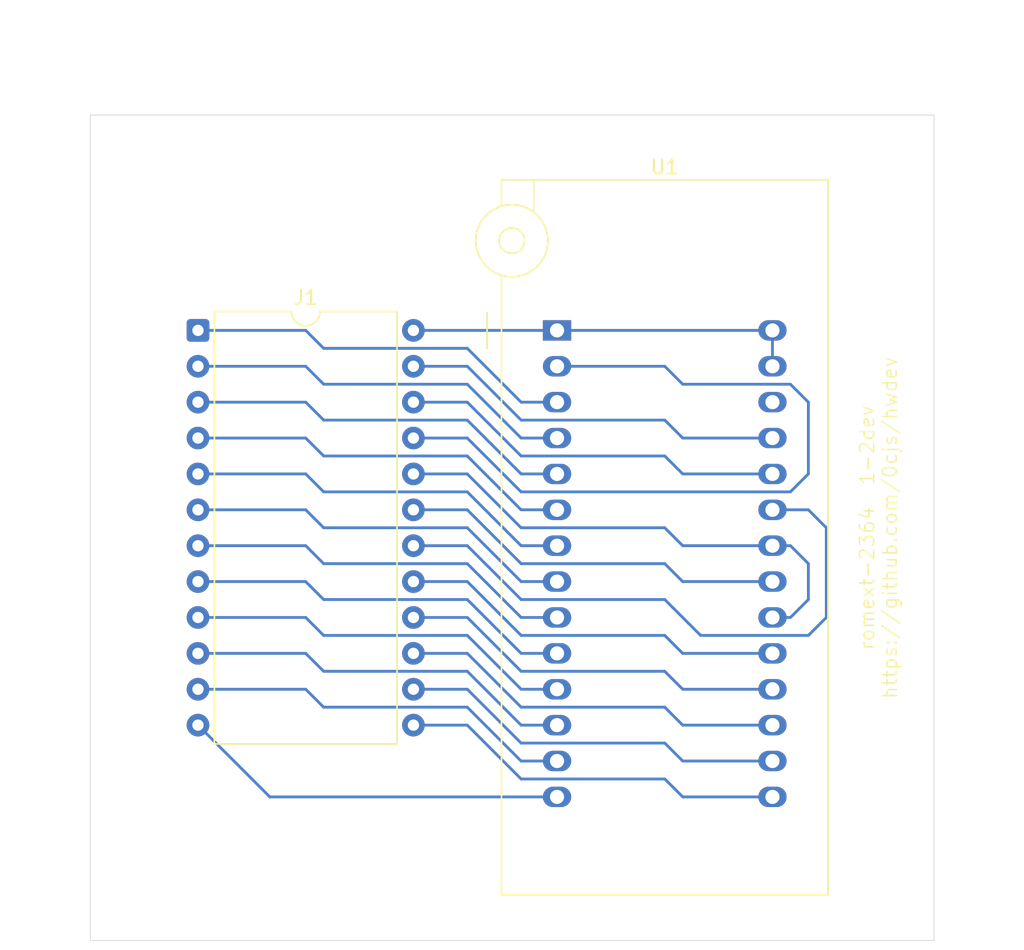
<source format=kicad_pcb>
(kicad_pcb (version 20241229) (generator "pcbnew") (generator_version "9.0")
  (title_block (title "romext-2364") (rev "1-2dev") (comment 1 "https://github.com/0cjs/hwdev"))
  (layers (0 "F.Cu" signal) (2 "B.Cu" signal) (13 "F.Paste" user) (15 "B.Paste" user) (5 "F.SilkS" user "F.Silkscreen") (7 "B.SilkS" user "B.Silkscreen") (1 "F.Mask" user) (3 "B.Mask" user) (25 "Edge.Cuts" user))
  (net 0 "")
  (net 1 "/D1")
  (net 2 "/D3")
  (net 3 "/D0")
  (net 4 "/A1")
  (net 5 "/A8")
  (net 6 "/A12")
  (net 7 "/D2")
  (net 8 "/A7")
  (net 9 "GND")
  (net 10 "/A2")
  (net 11 "/A5")
  (net 12 "/A3")
  (net 13 "/D7")
  (net 14 "/A4")
  (net 15 "/A11")
  (net 16 "/D6")
  (net 17 "Net-(J1-~{CS})")
  (net 18 "/D5")
  (net 19 "/A6")
  (net 20 "/A10")
  (net 21 "/A9")
  (net 22 "/A0")
  (net 23 "/D4")
  (net 24 "VCC")
  (footprint "Package_DIP:DIP-24_W15.24mm" (layer "F.Cu") (at 101.6 50.8)
    (property "Reference" "J1" (at 7.62 -2.33 0) (layer "F.SilkS"))
    (property "Value" "2364")
    (fp_line (start 1.16 -1.33) (end 1.16 29.27) (stroke (width 0.12)) (layer "F.SilkS"))
    (fp_line (start 1.16 29.27) (end 14.08 29.27) (stroke (width 0.12)) (layer "F.SilkS"))
    (fp_line (start 6.62 -1.33) (end 1.16 -1.33) (stroke (width 0.12)) (layer "F.SilkS"))
    (fp_line (start 14.08 -1.33) (end 8.62 -1.33) (stroke (width 0.12)) (layer "F.SilkS"))
    (fp_line (start 14.08 29.27) (end 14.08 -1.33) (stroke (width 0.12)) (layer "F.SilkS"))
    (fp_arc (start 8.62 -1.33) (mid 7.62 -0.33) (end 6.62 -1.33) (stroke (width 0.12)) (layer "F.SilkS"))
    (pad "1" thru_hole roundrect (at 0 0) (size 1.6 1.6) (drill 0.8) (layers "*.Cu" "*.Mask") (roundrect_rratio 0.15625) (net 8 "/A7"))
    (pad "2" thru_hole circle (at 0 2.54) (size 1.6 1.6) (drill 0.8) (layers "*.Cu" "*.Mask") (net 19 "/A6"))
    (pad "3" thru_hole circle (at 0 5.08) (size 1.6 1.6) (drill 0.8) (layers "*.Cu" "*.Mask") (net 11 "/A5"))
    (pad "4" thru_hole circle (at 0 7.62) (size 1.6 1.6) (drill 0.8) (layers "*.Cu" "*.Mask") (net 14 "/A4"))
    (pad "5" thru_hole circle (at 0 10.16) (size 1.6 1.6) (drill 0.8) (layers "*.Cu" "*.Mask") (net 12 "/A3"))
    (pad "6" thru_hole circle (at 0 12.7) (size 1.6 1.6) (drill 0.8) (layers "*.Cu" "*.Mask") (net 10 "/A2"))
    (pad "7" thru_hole circle (at 0 15.24) (size 1.6 1.6) (drill 0.8) (layers "*.Cu" "*.Mask") (net 4 "/A1"))
    (pad "8" thru_hole circle (at 0 17.78) (size 1.6 1.6) (drill 0.8) (layers "*.Cu" "*.Mask") (net 22 "/A0"))
    (pad "9" thru_hole circle (at 0 20.32) (size 1.6 1.6) (drill 0.8) (layers "*.Cu" "*.Mask") (net 3 "/D0"))
    (pad "10" thru_hole circle (at 0 22.86) (size 1.6 1.6) (drill 0.8) (layers "*.Cu" "*.Mask") (net 1 "/D1"))
    (pad "11" thru_hole circle (at 0 25.4) (size 1.6 1.6) (drill 0.8) (layers "*.Cu" "*.Mask") (net 7 "/D2"))
    (pad "12" thru_hole circle (at 0 27.94) (size 1.6 1.6) (drill 0.8) (layers "*.Cu" "*.Mask") (net 9 "GND"))
    (pad "13" thru_hole circle (at 15.24 27.94) (size 1.6 1.6) (drill 0.8) (layers "*.Cu" "*.Mask") (net 2 "/D3"))
    (pad "14" thru_hole circle (at 15.24 25.4) (size 1.6 1.6) (drill 0.8) (layers "*.Cu" "*.Mask") (net 23 "/D4"))
    (pad "15" thru_hole circle (at 15.24 22.86) (size 1.6 1.6) (drill 0.8) (layers "*.Cu" "*.Mask") (net 18 "/D5"))
    (pad "16" thru_hole circle (at 15.24 20.32) (size 1.6 1.6) (drill 0.8) (layers "*.Cu" "*.Mask") (net 16 "/D6"))
    (pad "17" thru_hole circle (at 15.24 17.78) (size 1.6 1.6) (drill 0.8) (layers "*.Cu" "*.Mask") (net 13 "/D7"))
    (pad "18" thru_hole circle (at 15.24 15.24) (size 1.6 1.6) (drill 0.8) (layers "*.Cu" "*.Mask") (net 15 "/A11"))
    (pad "19" thru_hole circle (at 15.24 12.7) (size 1.6 1.6) (drill 0.8) (layers "*.Cu" "*.Mask") (net 20 "/A10"))
    (pad "20" thru_hole circle (at 15.24 10.16) (size 1.6 1.6) (drill 0.8) (layers "*.Cu" "*.Mask") (net 17 "Net-(J1-~{CS})"))
    (pad "21" thru_hole circle (at 15.24 7.62) (size 1.6 1.6) (drill 0.8) (layers "*.Cu" "*.Mask") (net 6 "/A12"))
    (pad "22" thru_hole circle (at 15.24 5.08) (size 1.6 1.6) (drill 0.8) (layers "*.Cu" "*.Mask") (net 21 "/A9"))
    (pad "23" thru_hole circle (at 15.24 2.54) (size 1.6 1.6) (drill 0.8) (layers "*.Cu" "*.Mask") (net 5 "/A8"))
    (pad "24" thru_hole circle (at 15.24 0) (size 1.6 1.6) (drill 0.8) (layers "*.Cu" "*.Mask") (net 24 "VCC"))
  )
  (footprint "MountingHole:MountingHole_2.7mm_M2.5" (layer "F.Cu") (at 149.86 39.37)
    (property "Reference" "REF**" (hide yes))
    (property "Value" "MountingHole_2.7mm_M2.5")
    (pad "" np_thru_hole circle (at 0 0) (size 2.7 2.7) (drill 2.7) (layers "*.Cu" "*.Mask"))
  )
  (footprint "MountingHole:MountingHole_2.7mm_M2.5" (layer "F.Cu") (at 149.86 90.17)
    (property "Reference" "REF**" (hide yes))
    (property "Value" "MountingHole_2.7mm_M2.5")
    (pad "" np_thru_hole circle (at 0 0) (size 2.7 2.7) (drill 2.7) (layers "*.Cu" "*.Mask"))
  )
  (footprint "MountingHole:MountingHole_2.7mm_M2.5" (layer "F.Cu") (at 97.79 90.17)
    (property "Reference" "REF**" (hide yes))
    (property "Value" "MountingHole_2.7mm_M2.5")
    (pad "" np_thru_hole circle (at 0 0) (size 2.7 2.7) (drill 2.7) (layers "*.Cu" "*.Mask"))
  )
  (footprint "Socket:DIP_Socket-28_W11.9_W12.7_W15.24_W17.78_W18.5_3M_228-1277-00-0602J" (layer "F.Cu") (at 127 50.8)
    (property "Reference" "U1" (at 7.62 -11.56 0) (layer "F.SilkS"))
    (property "Value" "2764")
    (fp_line (start -4.95 1.27) (end -4.95 -1.27) (stroke (width 0.12)) (layer "F.SilkS"))
    (fp_line (start -3.93 -10.66) (end -3.93 -8.8) (stroke (width 0.12)) (layer "F.SilkS"))
    (fp_line (start -3.93 -3.9) (end -3.93 39.94) (stroke (width 0.12)) (layer "F.SilkS"))
    (fp_line (start -3.93 39.94) (end 19.17 39.94) (stroke (width 0.12)) (layer "F.SilkS"))
    (fp_line (start -1.65 -10.66) (end -1.65 -8.4) (stroke (width 0.12)) (layer "F.SilkS"))
    (fp_line (start 19.17 -10.66) (end -3.93 -10.66) (stroke (width 0.12)) (layer "F.SilkS"))
    (fp_line (start 19.17 39.94) (end 19.17 -10.66) (stroke (width 0.12)) (layer "F.SilkS"))
    (fp_circle (center -3.2 -6.35) (end -2.3 -6.35) (stroke (width 0.12)) (fill no) (layer "F.SilkS"))
    (fp_circle (center -3.2 -6.35) (end -0.65 -6.35) (stroke (width 0.12)) (fill no) (layer "F.SilkS"))
    (pad "1" thru_hole rect (at 0 0) (size 2 1.44) (drill 1) (layers "*.Cu" "*.Mask") (net 24 "VCC"))
    (pad "2" thru_hole oval (at 0 2.54) (size 2 1.44) (drill 1) (layers "*.Cu" "*.Mask") (net 6 "/A12"))
    (pad "3" thru_hole oval (at 0 5.08) (size 2 1.44) (drill 1) (layers "*.Cu" "*.Mask") (net 8 "/A7"))
    (pad "4" thru_hole oval (at 0 7.62) (size 2 1.44) (drill 1) (layers "*.Cu" "*.Mask") (net 19 "/A6"))
    (pad "5" thru_hole oval (at 0 10.16) (size 2 1.44) (drill 1) (layers "*.Cu" "*.Mask") (net 11 "/A5"))
    (pad "6" thru_hole oval (at 0 12.7) (size 2 1.44) (drill 1) (layers "*.Cu" "*.Mask") (net 14 "/A4"))
    (pad "7" thru_hole oval (at 0 15.24) (size 2 1.44) (drill 1) (layers "*.Cu" "*.Mask") (net 12 "/A3"))
    (pad "8" thru_hole oval (at 0 17.78) (size 2 1.44) (drill 1) (layers "*.Cu" "*.Mask") (net 10 "/A2"))
    (pad "9" thru_hole oval (at 0 20.32) (size 2 1.44) (drill 1) (layers "*.Cu" "*.Mask") (net 4 "/A1"))
    (pad "10" thru_hole oval (at 0 22.86) (size 2 1.44) (drill 1) (layers "*.Cu" "*.Mask") (net 22 "/A0"))
    (pad "11" thru_hole oval (at 0 25.4) (size 2 1.44) (drill 1) (layers "*.Cu" "*.Mask") (net 3 "/D0"))
    (pad "12" thru_hole oval (at 0 27.94) (size 2 1.44) (drill 1) (layers "*.Cu" "*.Mask") (net 1 "/D1"))
    (pad "13" thru_hole oval (at 0 30.48) (size 2 1.44) (drill 1) (layers "*.Cu" "*.Mask") (net 7 "/D2"))
    (pad "14" thru_hole oval (at 0 33.02) (size 2 1.44) (drill 1) (layers "*.Cu" "*.Mask") (net 9 "GND"))
    (pad "15" thru_hole oval (at 15.24 33.02) (size 2 1.44) (drill 1) (layers "*.Cu" "*.Mask") (net 2 "/D3"))
    (pad "16" thru_hole oval (at 15.24 30.48) (size 2 1.44) (drill 1) (layers "*.Cu" "*.Mask") (net 23 "/D4"))
    (pad "17" thru_hole oval (at 15.24 27.94) (size 2 1.44) (drill 1) (layers "*.Cu" "*.Mask") (net 18 "/D5"))
    (pad "18" thru_hole oval (at 15.24 25.4) (size 2 1.44) (drill 1) (layers "*.Cu" "*.Mask") (net 16 "/D6"))
    (pad "19" thru_hole oval (at 15.24 22.86) (size 2 1.44) (drill 1) (layers "*.Cu" "*.Mask") (net 13 "/D7"))
    (pad "20" thru_hole oval (at 15.24 20.32) (size 2 1.44) (drill 1) (layers "*.Cu" "*.Mask") (net 17 "Net-(J1-~{CS})"))
    (pad "21" thru_hole oval (at 15.24 17.78) (size 2 1.44) (drill 1) (layers "*.Cu" "*.Mask") (net 20 "/A10"))
    (pad "22" thru_hole oval (at 15.24 15.24) (size 2 1.44) (drill 1) (layers "*.Cu" "*.Mask") (net 17 "Net-(J1-~{CS})"))
    (pad "23" thru_hole oval (at 15.24 12.7) (size 2 1.44) (drill 1) (layers "*.Cu" "*.Mask") (net 15 "/A11"))
    (pad "24" thru_hole oval (at 15.24 10.16) (size 2 1.44) (drill 1) (layers "*.Cu" "*.Mask") (net 21 "/A9"))
    (pad "25" thru_hole oval (at 15.24 7.62) (size 2 1.44) (drill 1) (layers "*.Cu" "*.Mask") (net 5 "/A8"))
    (pad "26" thru_hole oval (at 15.24 5.08) (size 2 1.44) (drill 1) (layers "*.Cu" "*.Mask"))
    (pad "27" thru_hole oval (at 15.24 2.54) (size 2 1.44) (drill 1) (layers "*.Cu" "*.Mask") (net 24 "VCC"))
    (pad "28" thru_hole oval (at 15.24 0) (size 2 1.44) (drill 1) (layers "*.Cu" "*.Mask") (net 24 "VCC"))
  )
  (footprint "MountingHole:MountingHole_2.7mm_M2.5" (layer "F.Cu") (at 97.79 39.37)
    (property "Reference" "REF**" (hide yes))
    (property "Value" "MountingHole_2.7mm_M2.5")
    (pad "" np_thru_hole circle (at 0 0) (size 2.7 2.7) (drill 2.7) (layers "*.Cu" "*.Mask"))
  )
  (gr_rect (start 93.98 35.56) (end 153.67 93.98) (stroke (width 0.05)) (fill no) (layer "Edge.Cuts"))
  (gr_text "${TITLE}  ${REVISION}\n${COMMENT1}\n" (at 151.13 64.77 90) (layer "F.SilkS") (effects (font (size 1 1) (thickness 0.1)) (justify bottom)))
  (segment (start 124.46 78.74) (end 127 78.74) (width 0.2) (layer "B.Cu") (net 1))
  (segment (start 120.65 74.93) (end 124.46 78.74) (width 0.2) (layer "B.Cu") (net 1))
  (segment (start 110.49 74.93) (end 120.65 74.93) (width 0.2) (layer "B.Cu") (net 1))
  (segment (start 109.22 73.66) (end 110.49 74.93) (width 0.2) (layer "B.Cu") (net 1))
  (segment (start 101.6 73.66) (end 109.22 73.66) (width 0.2) (layer "B.Cu") (net 1))
  (segment (start 120.65 78.74) (end 124.46 82.55) (width 0.2) (layer "B.Cu") (net 2))
  (segment (start 116.84 78.74) (end 120.65 78.74) (width 0.2) (layer "B.Cu") (net 2))
  (segment (start 134.62 82.55) (end 135.89 83.82) (width 0.2) (layer "B.Cu") (net 2))
  (segment (start 135.89 83.82) (end 142.24 83.82) (width 0.2) (layer "B.Cu") (net 2))
  (segment (start 124.46 82.55) (end 134.62 82.55) (width 0.2) (layer "B.Cu") (net 2))
  (segment (start 124.46 76.2) (end 127 76.2) (width 0.2) (layer "B.Cu") (net 3))
  (segment (start 101.6 71.12) (end 109.22 71.12) (width 0.2) (layer "B.Cu") (net 3))
  (segment (start 109.22 71.12) (end 110.49 72.39) (width 0.2) (layer "B.Cu") (net 3))
  (segment (start 120.65 72.39) (end 124.46 76.2) (width 0.2) (layer "B.Cu") (net 3))
  (segment (start 110.49 72.39) (end 120.65 72.39) (width 0.2) (layer "B.Cu") (net 3))
  (segment (start 101.6 66.04) (end 109.22 66.04) (width 0.2) (layer "B.Cu") (net 4))
  (segment (start 124.46 71.12) (end 127 71.12) (width 0.2) (layer "B.Cu") (net 4))
  (segment (start 120.65 67.31) (end 124.46 71.12) (width 0.2) (layer "B.Cu") (net 4))
  (segment (start 110.49 67.31) (end 120.65 67.31) (width 0.2) (layer "B.Cu") (net 4))
  (segment (start 109.22 66.04) (end 110.49 67.31) (width 0.2) (layer "B.Cu") (net 4))
  (segment (start 135.89 58.42) (end 142.24 58.42) (width 0.2) (layer "B.Cu") (net 5))
  (segment (start 116.84 53.34) (end 120.65 53.34) (width 0.2) (layer "B.Cu") (net 5))
  (segment (start 124.46 57.15) (end 134.62 57.15) (width 0.2) (layer "B.Cu") (net 5))
  (segment (start 120.65 53.34) (end 124.46 57.15) (width 0.2) (layer "B.Cu") (net 5))
  (segment (start 134.62 57.15) (end 135.89 58.42) (width 0.2) (layer "B.Cu") (net 5))
  (segment (start 116.84 58.42) (end 120.65 58.42) (width 0.2) (layer "B.Cu") (net 6))
  (segment (start 143.51 62.23) (end 144.78 60.96) (width 0.2) (layer "B.Cu") (net 6))
  (segment (start 144.78 60.96) (end 144.78 55.88) (width 0.2) (layer "B.Cu") (net 6))
  (segment (start 144.78 55.88) (end 143.51 54.61) (width 0.2) (layer "B.Cu") (net 6))
  (segment (start 124.46 62.23) (end 143.51 62.23) (width 0.2) (layer "B.Cu") (net 6))
  (segment (start 134.62 53.34) (end 127 53.34) (width 0.2) (layer "B.Cu") (net 6))
  (segment (start 143.51 54.61) (end 135.89 54.61) (width 0.2) (layer "B.Cu") (net 6))
  (segment (start 135.89 54.61) (end 134.62 53.34) (width 0.2) (layer "B.Cu") (net 6))
  (segment (start 120.65 58.42) (end 124.46 62.23) (width 0.2) (layer "B.Cu") (net 6))
  (segment (start 124.46 81.28) (end 127 81.28) (width 0.2) (layer "B.Cu") (net 7))
  (segment (start 120.65 77.47) (end 124.46 81.28) (width 0.2) (layer "B.Cu") (net 7))
  (segment (start 101.6 76.2) (end 109.22 76.2) (width 0.2) (layer "B.Cu") (net 7))
  (segment (start 110.49 77.47) (end 120.65 77.47) (width 0.2) (layer "B.Cu") (net 7))
  (segment (start 109.22 76.2) (end 110.49 77.47) (width 0.2) (layer "B.Cu") (net 7))
  (segment (start 109.22 50.8) (end 110.49 52.07) (width 0.2) (layer "B.Cu") (net 8))
  (segment (start 110.49 52.07) (end 120.65 52.07) (width 0.2) (layer "B.Cu") (net 8))
  (segment (start 124.46 55.88) (end 127 55.88) (width 0.2) (layer "B.Cu") (net 8))
  (segment (start 101.6 50.8) (end 109.22 50.8) (width 0.2) (layer "B.Cu") (net 8))
  (segment (start 120.65 52.07) (end 124.46 55.88) (width 0.2) (layer "B.Cu") (net 8))
  (segment (start 101.6 78.74) (end 106.68 83.82) (width 0.2) (layer "B.Cu") (net 9))
  (segment (start 106.68 83.82) (end 127 83.82) (width 0.2) (layer "B.Cu") (net 9))
  (segment (start 109.22 63.5) (end 110.49 64.77) (width 0.2) (layer "B.Cu") (net 10))
  (segment (start 124.46 68.58) (end 127 68.58) (width 0.2) (layer "B.Cu") (net 10))
  (segment (start 101.6 63.5) (end 109.22 63.5) (width 0.2) (layer "B.Cu") (net 10))
  (segment (start 120.65 64.77) (end 124.46 68.58) (width 0.2) (layer "B.Cu") (net 10))
  (segment (start 110.49 64.77) (end 120.65 64.77) (width 0.2) (layer "B.Cu") (net 10))
  (segment (start 120.65 57.15) (end 124.46 60.96) (width 0.2) (layer "B.Cu") (net 11))
  (segment (start 109.22 55.88) (end 110.49 57.15) (width 0.2) (layer "B.Cu") (net 11))
  (segment (start 110.49 57.15) (end 120.65 57.15) (width 0.2) (layer "B.Cu") (net 11))
  (segment (start 101.6 55.88) (end 109.22 55.88) (width 0.2) (layer "B.Cu") (net 11))
  (segment (start 124.46 60.96) (end 127 60.96) (width 0.2) (layer "B.Cu") (net 11))
  (segment (start 101.6 60.96) (end 109.22 60.96) (width 0.2) (layer "B.Cu") (net 12))
  (segment (start 109.22 60.96) (end 110.49 62.23) (width 0.2) (layer "B.Cu") (net 12))
  (segment (start 110.49 62.23) (end 120.65 62.23) (width 0.2) (layer "B.Cu") (net 12))
  (segment (start 124.46 66.04) (end 127 66.04) (width 0.2) (layer "B.Cu") (net 12))
  (segment (start 120.65 62.23) (end 124.46 66.04) (width 0.2) (layer "B.Cu") (net 12))
  (segment (start 135.89 73.66) (end 142.24 73.66) (width 0.2) (layer "B.Cu") (net 13))
  (segment (start 124.46 72.39) (end 134.62 72.39) (width 0.2) (layer "B.Cu") (net 13))
  (segment (start 116.84 68.58) (end 120.65 68.58) (width 0.2) (layer "B.Cu") (net 13))
  (segment (start 120.65 68.58) (end 124.46 72.39) (width 0.2) (layer "B.Cu") (net 13))
  (segment (start 134.62 72.39) (end 135.89 73.66) (width 0.2) (layer "B.Cu") (net 13))
  (segment (start 109.22 58.42) (end 110.49 59.69) (width 0.2) (layer "B.Cu") (net 14))
  (segment (start 110.49 59.69) (end 120.65 59.69) (width 0.2) (layer "B.Cu") (net 14))
  (segment (start 124.46 63.5) (end 127 63.5) (width 0.2) (layer "B.Cu") (net 14))
  (segment (start 120.65 59.69) (end 124.46 63.5) (width 0.2) (layer "B.Cu") (net 14))
  (segment (start 101.6 58.42) (end 109.22 58.42) (width 0.2) (layer "B.Cu") (net 14))
  (segment (start 146.05 64.77) (end 144.78 63.5) (width 0.2) (layer "B.Cu") (net 15))
  (segment (start 124.46 69.85) (end 134.62 69.85) (width 0.2) (layer "B.Cu") (net 15))
  (segment (start 120.65 66.04) (end 124.46 69.85) (width 0.2) (layer "B.Cu") (net 15))
  (segment (start 144.78 72.39) (end 146.05 71.12) (width 0.2) (layer "B.Cu") (net 15))
  (segment (start 146.05 71.12) (end 146.05 64.77) (width 0.2) (layer "B.Cu") (net 15))
  (segment (start 134.62 69.85) (end 137.16 72.39) (width 0.2) (layer "B.Cu") (net 15))
  (segment (start 116.84 66.04) (end 120.65 66.04) (width 0.2) (layer "B.Cu") (net 15))
  (segment (start 137.16 72.39) (end 144.78 72.39) (width 0.2) (layer "B.Cu") (net 15))
  (segment (start 144.78 63.5) (end 142.24 63.5) (width 0.2) (layer "B.Cu") (net 15))
  (segment (start 116.84 71.12) (end 120.65 71.12) (width 0.2) (layer "B.Cu") (net 16))
  (segment (start 124.46 74.93) (end 134.62 74.93) (width 0.2) (layer "B.Cu") (net 16))
  (segment (start 134.62 74.93) (end 135.89 76.2) (width 0.2) (layer "B.Cu") (net 16))
  (segment (start 120.65 71.12) (end 124.46 74.93) (width 0.2) (layer "B.Cu") (net 16))
  (segment (start 135.89 76.2) (end 142.24 76.2) (width 0.2) (layer "B.Cu") (net 16))
  (segment (start 143.51 71.12) (end 142.24 71.12) (width 0.2) (layer "B.Cu") (net 17))
  (segment (start 144.78 67.31) (end 144.78 69.85) (width 0.2) (layer "B.Cu") (net 17))
  (segment (start 116.84 60.96) (end 120.65 60.96) (width 0.2) (layer "B.Cu") (net 17))
  (segment (start 142.24 66.04) (end 143.51 66.04) (width 0.2) (layer "B.Cu") (net 17))
  (segment (start 143.51 66.04) (end 144.78 67.31) (width 0.2) (layer "B.Cu") (net 17))
  (segment (start 144.78 69.85) (end 143.51 71.12) (width 0.2) (layer "B.Cu") (net 17))
  (segment (start 120.65 60.96) (end 124.46 64.77) (width 0.2) (layer "B.Cu") (net 17))
  (segment (start 124.46 64.77) (end 134.62 64.77) (width 0.2) (layer "B.Cu") (net 17))
  (segment (start 134.62 64.77) (end 135.89 66.04) (width 0.2) (layer "B.Cu") (net 17))
  (segment (start 135.89 66.04) (end 142.24 66.04) (width 0.2) (layer "B.Cu") (net 17))
  (segment (start 124.46 77.47) (end 134.62 77.47) (width 0.2) (layer "B.Cu") (net 18))
  (segment (start 134.62 77.47) (end 135.89 78.74) (width 0.2) (layer "B.Cu") (net 18))
  (segment (start 116.84 73.66) (end 120.65 73.66) (width 0.2) (layer "B.Cu") (net 18))
  (segment (start 135.89 78.74) (end 142.24 78.74) (width 0.2) (layer "B.Cu") (net 18))
  (segment (start 120.65 73.66) (end 124.46 77.47) (width 0.2) (layer "B.Cu") (net 18))
  (segment (start 120.65 54.61) (end 124.46 58.42) (width 0.2) (layer "B.Cu") (net 19))
  (segment (start 101.6 53.34) (end 109.22 53.34) (width 0.2) (layer "B.Cu") (net 19))
  (segment (start 110.49 54.61) (end 120.65 54.61) (width 0.2) (layer "B.Cu") (net 19))
  (segment (start 124.46 58.42) (end 127 58.42) (width 0.2) (layer "B.Cu") (net 19))
  (segment (start 109.22 53.34) (end 110.49 54.61) (width 0.2) (layer "B.Cu") (net 19))
  (segment (start 134.62 67.31) (end 135.89 68.58) (width 0.2) (layer "B.Cu") (net 20))
  (segment (start 135.89 68.58) (end 142.24 68.58) (width 0.2) (layer "B.Cu") (net 20))
  (segment (start 124.46 67.31) (end 134.62 67.31) (width 0.2) (layer "B.Cu") (net 20))
  (segment (start 120.65 63.5) (end 124.46 67.31) (width 0.2) (layer "B.Cu") (net 20))
  (segment (start 116.84 63.5) (end 120.65 63.5) (width 0.2) (layer "B.Cu") (net 20))
  (segment (start 134.62 59.69) (end 135.89 60.96) (width 0.2) (layer "B.Cu") (net 21))
  (segment (start 120.65 55.88) (end 124.46 59.69) (width 0.2) (layer "B.Cu") (net 21))
  (segment (start 135.89 60.96) (end 142.24 60.96) (width 0.2) (layer "B.Cu") (net 21))
  (segment (start 124.46 59.69) (end 134.62 59.69) (width 0.2) (layer "B.Cu") (net 21))
  (segment (start 116.84 55.88) (end 120.65 55.88) (width 0.2) (layer "B.Cu") (net 21))
  (segment (start 120.65 69.85) (end 124.46 73.66) (width 0.2) (layer "B.Cu") (net 22))
  (segment (start 109.22 68.58) (end 110.49 69.85) (width 0.2) (layer "B.Cu") (net 22))
  (segment (start 110.49 69.85) (end 120.65 69.85) (width 0.2) (layer "B.Cu") (net 22))
  (segment (start 101.6 68.58) (end 109.22 68.58) (width 0.2) (layer "B.Cu") (net 22))
  (segment (start 124.46 73.66) (end 127 73.66) (width 0.2) (layer "B.Cu") (net 22))
  (segment (start 120.65 76.2) (end 124.46 80.01) (width 0.2) (layer "B.Cu") (net 23))
  (segment (start 124.46 80.01) (end 134.62 80.01) (width 0.2) (layer "B.Cu") (net 23))
  (segment (start 116.84 76.2) (end 120.65 76.2) (width 0.2) (layer "B.Cu") (net 23))
  (segment (start 134.62 80.01) (end 135.89 81.28) (width 0.2) (layer "B.Cu") (net 23))
  (segment (start 135.89 81.28) (end 142.24 81.28) (width 0.2) (layer "B.Cu") (net 23))
  (segment (start 142.24 50.8) (end 142.24 53.34) (width 0.2) (layer "B.Cu") (net 24))
  (segment (start 116.84 50.8) (end 127 50.8) (width 0.2) (layer "B.Cu") (net 24))
  (segment (start 127 50.8) (end 142.24 50.8) (width 0.2) (layer "B.Cu") (net 24))
)
</source>
